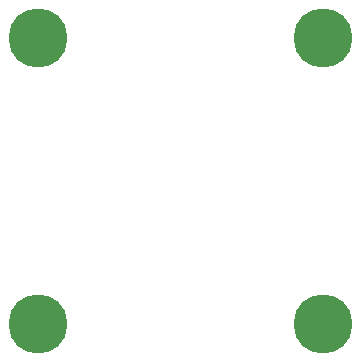
<source format=gbr>
%TF.GenerationSoftware,KiCad,Pcbnew,5.1.10-88a1d61d58~88~ubuntu20.04.1*%
%TF.CreationDate,2021-07-13T00:32:11+05:30*%
%TF.ProjectId,kimchi-epaper-lid,6b696d63-6869-42d6-9570-617065722d6c,v0.1*%
%TF.SameCoordinates,Original*%
%TF.FileFunction,Soldermask,Top*%
%TF.FilePolarity,Negative*%
%FSLAX46Y46*%
G04 Gerber Fmt 4.6, Leading zero omitted, Abs format (unit mm)*
G04 Created by KiCad (PCBNEW 5.1.10-88a1d61d58~88~ubuntu20.04.1) date 2021-07-13 00:32:11*
%MOMM*%
%LPD*%
G01*
G04 APERTURE LIST*
%ADD10C,5.000000*%
G04 APERTURE END LIST*
D10*
X142600000Y-122100000D03*
X142600000Y-97900000D03*
X118450000Y-122100000D03*
X118450000Y-97900000D03*
M02*

</source>
